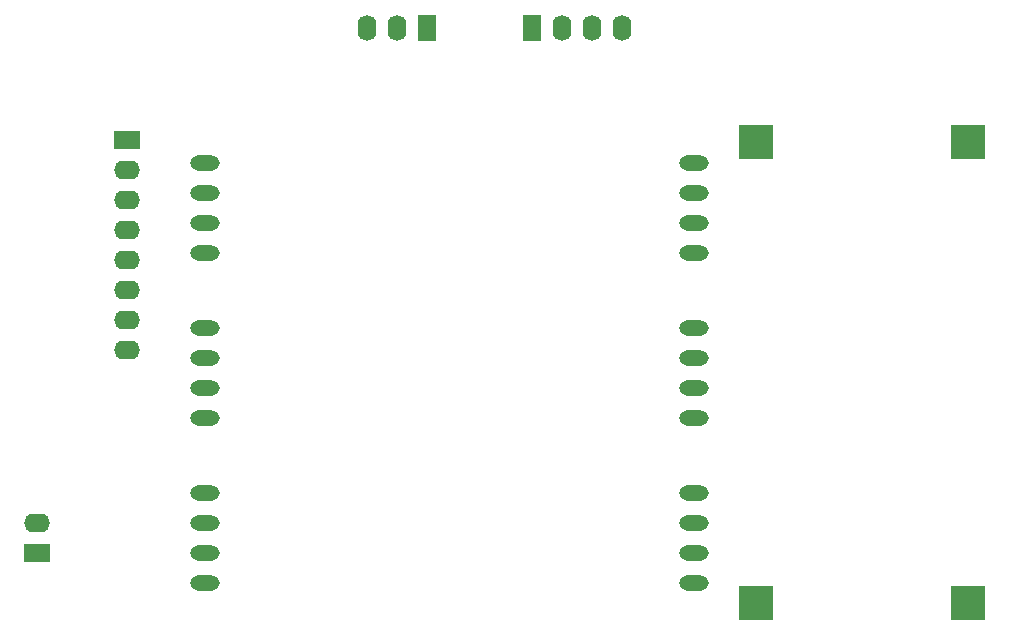
<source format=gbr>
G04 --- HEADER BEGIN --- *
G04 #@! TF.GenerationSoftware,LibrePCB,LibrePCB,1.1.0*
G04 #@! TF.CreationDate,2024-10-30T12:47:54*
G04 #@! TF.ProjectId,encoder diff driver board,5e1d4796-0e95-4f90-a33b-98ba50815d50,v1*
G04 #@! TF.Part,Single*
G04 #@! TF.SameCoordinates*
G04 #@! TF.FileFunction,Copper,L1,Top*
G04 #@! TF.FilePolarity,Positive*
%FSLAX66Y66*%
%MOMM*%
G01*
G75*
G04 --- HEADER END --- *
G04 --- APERTURE LIST BEGIN --- *
G04 #@! TA.AperFunction,ComponentPad*
%ADD10O,2.5X1.3*%
%ADD11O,2.19X1.587*%
%ADD12R,2.19X1.587*%
%ADD13O,1.587X2.19*%
%ADD14R,1.587X2.19*%
%ADD15R,3.0X3.0*%
G04 #@! TD*
G04 --- APERTURE LIST END --- *
G04 --- BOARD BEGIN --- *
D10*
G04 #@! TO.N,+5V*
G04 #@! TO.C,MODULE2*
G04 #@! TO.P,MODULE2,DE,DE*
X26444606Y-3800000D03*
G04 #@! TO.P,MODULE2,RE,RE*
X26444606Y-1280000D03*
G04 #@! TO.N,N/C*
G04 #@! TO.P,MODULE2,RO,RO*
X26444606Y1280000D03*
G04 #@! TO.N,B-*
G04 #@! TO.P,MODULE2,A,A*
X-14975394Y-3820000D03*
G04 #@! TO.N,GND*
G04 #@! TO.P,MODULE2,GND,GND*
X-14975394Y-6360000D03*
G04 #@! TO.N,B+*
G04 #@! TO.P,MODULE2,B,B*
X-14975394Y-1260000D03*
G04 #@! TO.N,ENC_B*
G04 #@! TO.P,MODULE2,DI,DI*
X26444606Y-6360000D03*
G04 #@! TO.N,+5V*
G04 #@! TO.P,MODULE2,VCC,VCC*
X-14975394Y1280000D03*
D11*
G04 #@! TO.N,Z+*
G04 #@! TO.C,J4*
G04 #@! TO.P,J4,8,8*
X-21570394Y-635000D03*
G04 #@! TO.N,B+*
G04 #@! TO.P,J4,5,5*
X-21570394Y6985000D03*
G04 #@! TO.N,N/C*
G04 #@! TO.P,J4,6,6*
X-21570394Y4445000D03*
D12*
G04 #@! TO.N,A-*
G04 #@! TO.P,J4,1,1*
X-21570394Y17145000D03*
D11*
G04 #@! TO.N,A+*
G04 #@! TO.P,J4,2,2*
X-21570394Y14605000D03*
G04 #@! TO.N,Z-*
G04 #@! TO.P,J4,7,7*
X-21570394Y1905000D03*
G04 #@! TO.N,GND*
G04 #@! TO.P,J4,3,3*
X-21570394Y12065000D03*
G04 #@! TO.N,B-*
G04 #@! TO.P,J4,4,4*
X-21570394Y9525000D03*
D13*
G04 #@! TO.N,ENC_B*
G04 #@! TO.C,J11*
G04 #@! TO.P,J11,2,2*
X15259606Y26670000D03*
G04 #@! TO.N,ENC_A*
G04 #@! TO.P,J11,3,3*
X17799606Y26670000D03*
G04 #@! TO.N,GND*
G04 #@! TO.P,J11,4,4*
X20339606Y26670000D03*
D14*
G04 #@! TO.N,+24V*
G04 #@! TO.P,J11,1,1*
X12719606Y26670000D03*
D10*
G04 #@! TO.N,+5V*
G04 #@! TO.C,MODULE3*
G04 #@! TO.P,MODULE3,DE,DE*
X26444606Y-17770000D03*
G04 #@! TO.P,MODULE3,RE,RE*
X26444606Y-15250000D03*
G04 #@! TO.N,N/C*
G04 #@! TO.P,MODULE3,RO,RO*
X26444606Y-12690000D03*
G04 #@! TO.N,Z-*
G04 #@! TO.P,MODULE3,A,A*
X-14975394Y-17790000D03*
G04 #@! TO.N,GND*
G04 #@! TO.P,MODULE3,GND,GND*
X-14975394Y-20330000D03*
G04 #@! TO.N,Z+*
G04 #@! TO.P,MODULE3,B,B*
X-14975394Y-15230000D03*
G04 #@! TO.N,ENC_Z*
G04 #@! TO.P,MODULE3,DI,DI*
X26444606Y-20330000D03*
G04 #@! TO.N,+5V*
G04 #@! TO.P,MODULE3,VCC,VCC*
X-14975394Y-12690000D03*
D15*
G04 #@! TO.C,DC1*
G04 #@! TO.P,DC1,VOUT,VOUT+*
X49659606Y16960000D03*
G04 #@! TO.N,GND*
G04 #@! TO.P,DC1,GNDIN,GND*
X31659606Y16960000D03*
G04 #@! TO.N,+24V*
G04 #@! TO.P,DC1,VIN,VIN+*
X49659606Y-22040000D03*
G04 #@! TO.N,GND*
G04 #@! TO.P,DC1,GNDIN,GND*
X31659606Y-22040000D03*
D13*
G04 #@! TO.N,+5V*
G04 #@! TO.C,J9*
G04 #@! TO.P,J9,3,3*
X-1250394Y26670000D03*
D14*
G04 #@! TO.N,GND*
G04 #@! TO.P,J9,1,1*
X3829606Y26670000D03*
D13*
G04 #@! TO.N,ENC_Z*
G04 #@! TO.P,J9,2,2*
X1289606Y26670000D03*
D10*
G04 #@! TO.N,+5V*
G04 #@! TO.C,MODULE1*
G04 #@! TO.P,MODULE1,DE,DE*
X26444606Y10170000D03*
G04 #@! TO.P,MODULE1,RE,RE*
X26444606Y12690000D03*
G04 #@! TO.N,N/C*
G04 #@! TO.P,MODULE1,RO,RO*
X26444606Y15250000D03*
G04 #@! TO.N,A+*
G04 #@! TO.P,MODULE1,A,A*
X-14975394Y10150000D03*
G04 #@! TO.N,GND*
G04 #@! TO.P,MODULE1,GND,GND*
X-14975394Y7610000D03*
G04 #@! TO.N,A-*
G04 #@! TO.P,MODULE1,B,B*
X-14975394Y12710000D03*
G04 #@! TO.N,ENC_A*
G04 #@! TO.P,MODULE1,DI,DI*
X26444606Y7610000D03*
G04 #@! TO.N,+5V*
G04 #@! TO.P,MODULE1,VCC,VCC*
X-14975394Y15250000D03*
D11*
G04 #@! TO.N,GND*
G04 #@! TO.C,J2*
G04 #@! TO.P,J2,2,2*
X-29190394Y-15240000D03*
D12*
G04 #@! TO.N,+24V*
G04 #@! TO.P,J2,1,1*
X-29190394Y-17780000D03*
G04 --- BOARD END --- *
G04 #@! TF.MD5,09d284fd6564dbcc62b44610d87a1f72*
M02*

</source>
